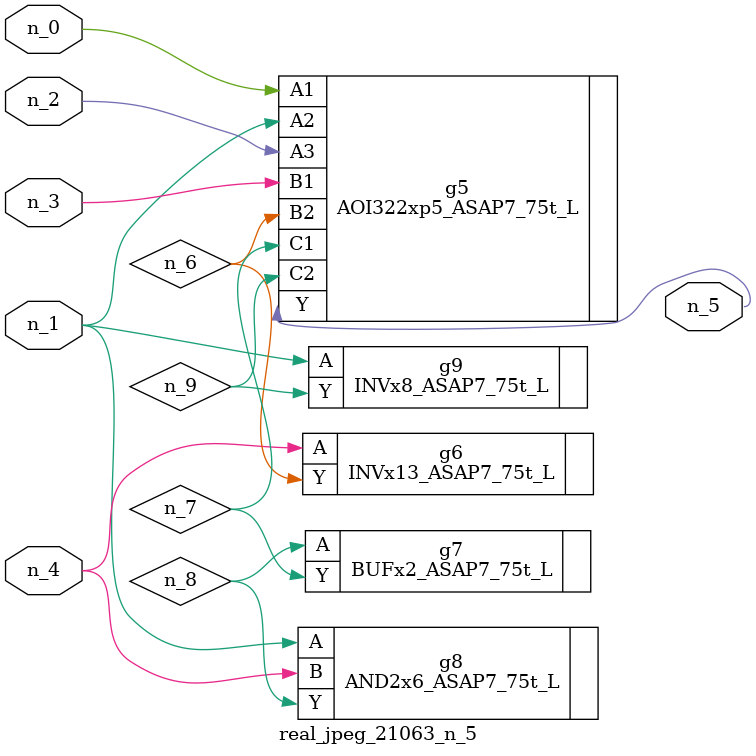
<source format=v>
module real_jpeg_21063_n_5 (n_4, n_0, n_1, n_2, n_3, n_5);

input n_4;
input n_0;
input n_1;
input n_2;
input n_3;

output n_5;

wire n_8;
wire n_6;
wire n_7;
wire n_9;

AOI322xp5_ASAP7_75t_L g5 ( 
.A1(n_0),
.A2(n_1),
.A3(n_2),
.B1(n_3),
.B2(n_6),
.C1(n_7),
.C2(n_9),
.Y(n_5)
);

AND2x6_ASAP7_75t_L g8 ( 
.A(n_1),
.B(n_4),
.Y(n_8)
);

INVx8_ASAP7_75t_L g9 ( 
.A(n_1),
.Y(n_9)
);

INVx13_ASAP7_75t_L g6 ( 
.A(n_4),
.Y(n_6)
);

BUFx2_ASAP7_75t_L g7 ( 
.A(n_8),
.Y(n_7)
);


endmodule
</source>
